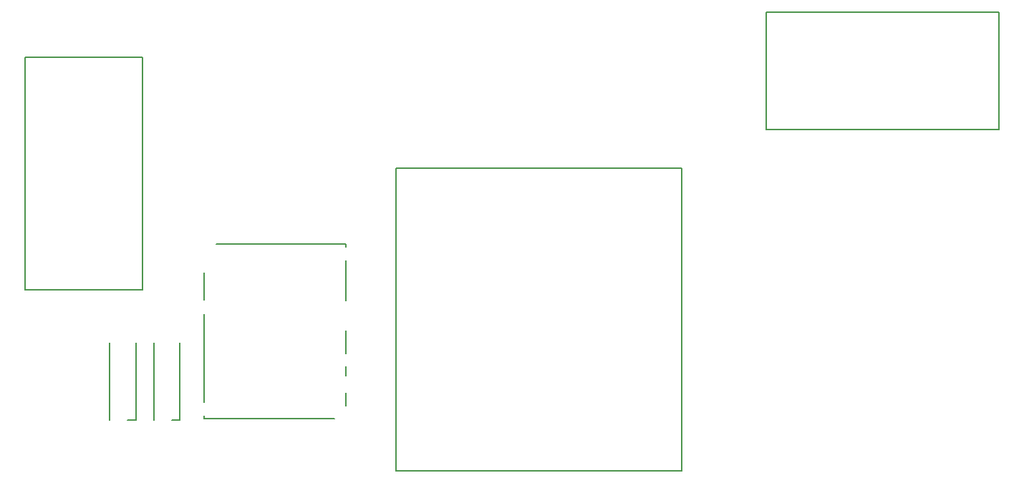
<source format=gbo>
G04 #@! TF.GenerationSoftware,KiCad,Pcbnew,7.0.10-7.0.10~ubuntu22.04.1*
G04 #@! TF.CreationDate,2024-02-03T13:28:10+00:00*
G04 #@! TF.ProjectId,lewycustom,6c657779-6375-4737-946f-6d2e6b696361,rev?*
G04 #@! TF.SameCoordinates,Original*
G04 #@! TF.FileFunction,Legend,Bot*
G04 #@! TF.FilePolarity,Positive*
%FSLAX46Y46*%
G04 Gerber Fmt 4.6, Leading zero omitted, Abs format (unit mm)*
G04 Created by KiCad (PCBNEW 7.0.10-7.0.10~ubuntu22.04.1) date 2024-02-03 13:28:10*
%MOMM*%
%LPD*%
G01*
G04 APERTURE LIST*
%ADD10C,0.200000*%
G04 APERTURE END LIST*
D10*
G04 #@! TO.C,M4*
X32999997Y44050000D02*
X32999997Y53150000D01*
X36100000Y44050000D02*
X35099998Y44050000D01*
X36100000Y44050000D02*
X36100000Y53150000D01*
G04 #@! TO.C,M6*
X61625000Y73824990D02*
X95425010Y73824990D01*
X61625000Y38025000D02*
X61625000Y73824990D01*
X61625000Y38025000D02*
X95425010Y38025000D01*
X95425010Y38025000D02*
X95425010Y73824990D01*
G04 #@! TO.C,M2*
X31700000Y59400000D02*
X17800000Y59400000D01*
X17800000Y59400000D02*
X17800000Y86900000D01*
X17800000Y86900000D02*
X31700000Y86900000D01*
X31700000Y86900000D02*
X31700000Y59400000D01*
G04 #@! TO.C,M1*
X132950000Y92275000D02*
X105450000Y92275000D01*
X105450000Y92275000D02*
X105450000Y78375000D01*
X105450000Y78375000D02*
X132950000Y78375000D01*
X132950000Y78375000D02*
X132950000Y92275000D01*
G04 #@! TO.C,M5*
X38925000Y58225000D02*
X38925000Y61425003D01*
X38925000Y46125000D02*
X38925000Y56525002D01*
X38925000Y44225000D02*
X38925000Y44525000D01*
X38925000Y44225000D02*
X54325000Y44225000D01*
X40425000Y64824998D02*
X55724999Y64825000D01*
X55724997Y58125002D02*
X55724997Y62925002D01*
X55724997Y51925000D02*
X55724997Y54625000D01*
X55724997Y49225002D02*
X55724997Y50325005D01*
X55724997Y45675000D02*
X55725002Y47225000D01*
X55724999Y64525002D02*
X55724999Y64825000D01*
G04 #@! TO.C,M3*
X27799997Y44050000D02*
X27799997Y53150000D01*
X30900000Y44050000D02*
X29899998Y44050000D01*
X30900000Y44050000D02*
X30900000Y53150000D01*
G04 #@! TD*
M02*

</source>
